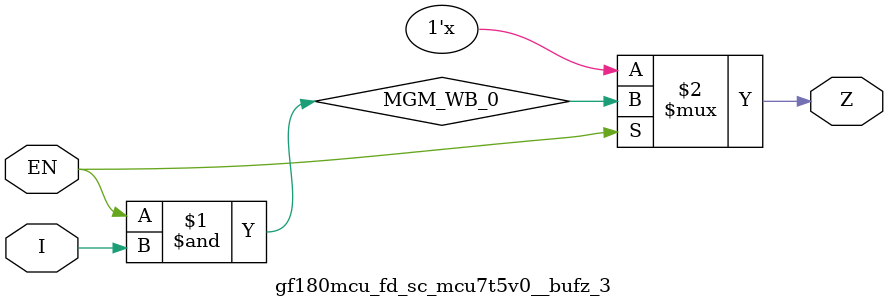
<source format=v>

module gf180mcu_fd_sc_mcu7t5v0__bufz_3( EN, I, Z );
input EN, I;
output Z;

	wire MGM_WB_0;

	wire MGM_WB_1;

	and MGM_BG_0( MGM_WB_0, EN, I );

	not MGM_BG_1( MGM_WB_1, EN );

	bufif0 MGM_BG_2( Z, MGM_WB_0,MGM_WB_1 );

endmodule

</source>
